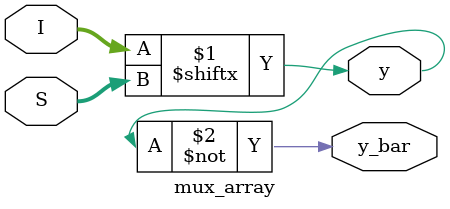
<source format=v>
module mux_array(
    input [7:0] I,
    input [2:0] S,
    output y,
    output y_bar
);
    assign y = I[S];
    assign y_bar = ~y;
endmodule
</source>
